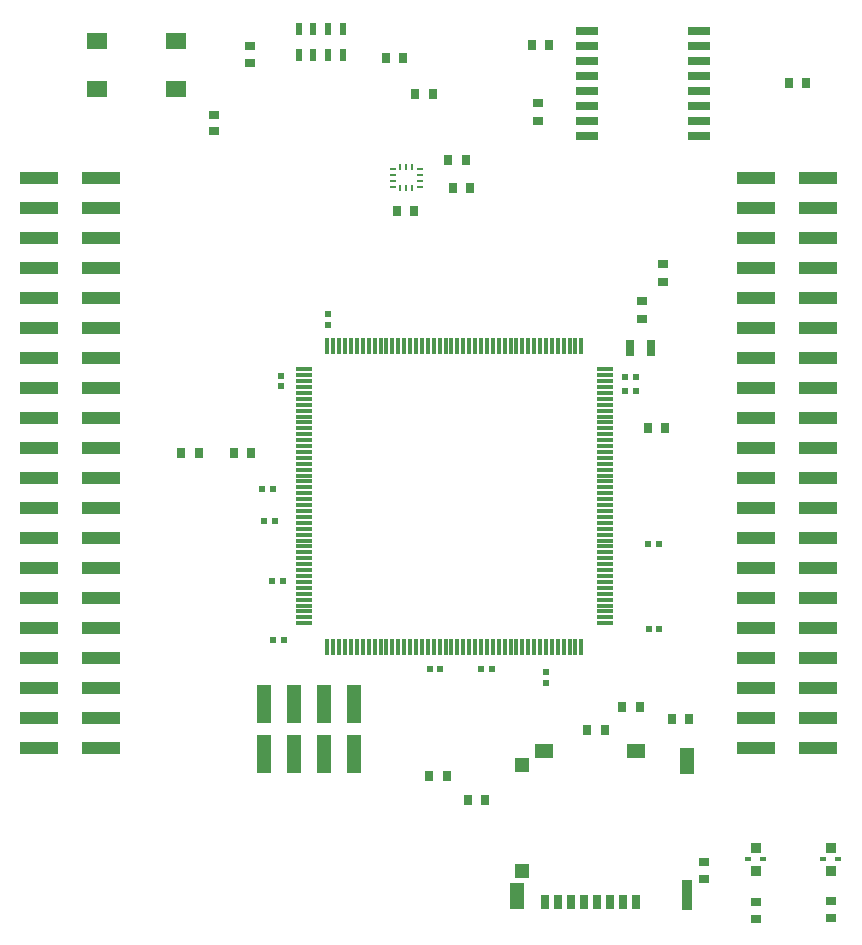
<source format=gtp>
G04*
G04 #@! TF.GenerationSoftware,Altium Limited,Altium Designer,23.11.1 (41)*
G04*
G04 Layer_Color=8421504*
%FSLAX25Y25*%
%MOIN*%
G70*
G04*
G04 #@! TF.SameCoordinates,3206F265-2646-4181-9204-0E6D39A93BEF*
G04*
G04*
G04 #@! TF.FilePolarity,Positive*
G04*
G01*
G75*
%ADD19R,0.12500X0.04488*%
%ADD20R,0.02756X0.03543*%
%ADD21R,0.03543X0.02756*%
G04:AMPARAMS|DCode=22|XSize=21.65mil|YSize=19.68mil|CornerRadius=2.46mil|HoleSize=0mil|Usage=FLASHONLY|Rotation=90.000|XOffset=0mil|YOffset=0mil|HoleType=Round|Shape=RoundedRectangle|*
%AMROUNDEDRECTD22*
21,1,0.02165,0.01476,0,0,90.0*
21,1,0.01673,0.01968,0,0,90.0*
1,1,0.00492,0.00738,0.00837*
1,1,0.00492,0.00738,-0.00837*
1,1,0.00492,-0.00738,-0.00837*
1,1,0.00492,-0.00738,0.00837*
%
%ADD22ROUNDEDRECTD22*%
G04:AMPARAMS|DCode=23|XSize=21.65mil|YSize=19.68mil|CornerRadius=2.46mil|HoleSize=0mil|Usage=FLASHONLY|Rotation=0.000|XOffset=0mil|YOffset=0mil|HoleType=Round|Shape=RoundedRectangle|*
%AMROUNDEDRECTD23*
21,1,0.02165,0.01476,0,0,0.0*
21,1,0.01673,0.01968,0,0,0.0*
1,1,0.00492,0.00837,-0.00738*
1,1,0.00492,-0.00837,-0.00738*
1,1,0.00492,-0.00837,0.00738*
1,1,0.00492,0.00837,0.00738*
%
%ADD23ROUNDEDRECTD23*%
%ADD24R,0.01181X0.05709*%
%ADD25R,0.05709X0.01181*%
G04:AMPARAMS|DCode=26|XSize=51.18mil|YSize=29.92mil|CornerRadius=3.74mil|HoleSize=0mil|Usage=FLASHONLY|Rotation=90.000|XOffset=0mil|YOffset=0mil|HoleType=Round|Shape=RoundedRectangle|*
%AMROUNDEDRECTD26*
21,1,0.05118,0.02244,0,0,90.0*
21,1,0.04370,0.02992,0,0,90.0*
1,1,0.00748,0.01122,0.02185*
1,1,0.00748,0.01122,-0.02185*
1,1,0.00748,-0.01122,-0.02185*
1,1,0.00748,-0.01122,0.02185*
%
%ADD26ROUNDEDRECTD26*%
%ADD27R,0.05000X0.12520*%
%ADD28R,0.03150X0.03543*%
%ADD29R,0.03150X0.04882*%
%ADD30R,0.03740X0.09843*%
%ADD31R,0.04528X0.08661*%
%ADD32R,0.04567X0.04921*%
%ADD33R,0.04567X0.04724*%
%ADD34R,0.05906X0.04528*%
%ADD35R,0.00984X0.01870*%
%ADD36R,0.01870X0.00984*%
%ADD37R,0.03543X0.02559*%
%ADD38R,0.03740X0.03543*%
%ADD39R,0.02205X0.01575*%
%ADD40R,0.07598X0.02756*%
%ADD41R,0.02362X0.04331*%
%ADD42R,0.06693X0.05512*%
%ADD43R,0.03543X0.03150*%
D19*
X53218Y81800D02*
D03*
X32725D02*
D03*
X53218Y91800D02*
D03*
X32725D02*
D03*
X53218Y101800D02*
D03*
X32725D02*
D03*
X53218Y111800D02*
D03*
X32725D02*
D03*
X53218Y121800D02*
D03*
X32725D02*
D03*
X53218Y131800D02*
D03*
X32725D02*
D03*
X53218Y141800D02*
D03*
X32725D02*
D03*
X53218Y151800D02*
D03*
X32725D02*
D03*
X53218Y161800D02*
D03*
X32725D02*
D03*
X53218Y171800D02*
D03*
X32725D02*
D03*
X53218Y181800D02*
D03*
X32725D02*
D03*
X53218Y191800D02*
D03*
X32725D02*
D03*
X53218Y201800D02*
D03*
X32725D02*
D03*
X53218Y211800D02*
D03*
X32725D02*
D03*
X53218Y221800D02*
D03*
X32725D02*
D03*
X53218Y231800D02*
D03*
X32725D02*
D03*
X53218Y241800D02*
D03*
X32725D02*
D03*
X53218Y251800D02*
D03*
X32725D02*
D03*
X53218Y261800D02*
D03*
X32725D02*
D03*
X53218Y271800D02*
D03*
X32725D02*
D03*
X271678Y251800D02*
D03*
Y271800D02*
D03*
X292171D02*
D03*
X271678Y261800D02*
D03*
X292171D02*
D03*
Y251800D02*
D03*
X271678Y241800D02*
D03*
X292171D02*
D03*
X271678Y231800D02*
D03*
X292171D02*
D03*
X271678Y221800D02*
D03*
X292171D02*
D03*
X271678Y211800D02*
D03*
X292171D02*
D03*
X271678Y201800D02*
D03*
X292171D02*
D03*
X271678Y191800D02*
D03*
X292171D02*
D03*
X271678Y181800D02*
D03*
X292171D02*
D03*
X271678Y171800D02*
D03*
X292171D02*
D03*
X271678Y161800D02*
D03*
X292171D02*
D03*
X271678Y151800D02*
D03*
X292171D02*
D03*
X271678Y141800D02*
D03*
X292171D02*
D03*
X271678Y131800D02*
D03*
X292171D02*
D03*
X271678Y121800D02*
D03*
X292171D02*
D03*
X271678Y111800D02*
D03*
X292171D02*
D03*
X271678Y101800D02*
D03*
X292171D02*
D03*
X271678Y91800D02*
D03*
X292171D02*
D03*
X271678Y81800D02*
D03*
X292171D02*
D03*
D20*
X162594Y72500D02*
D03*
X168500D02*
D03*
X249453Y91500D02*
D03*
X243547D02*
D03*
X175547Y64500D02*
D03*
X181453D02*
D03*
X221200Y87746D02*
D03*
X215294D02*
D03*
X86028Y180106D02*
D03*
X80122D02*
D03*
X97483D02*
D03*
X103388D02*
D03*
X235547Y188500D02*
D03*
X241453D02*
D03*
X233000Y95500D02*
D03*
X227094D02*
D03*
X288453Y303500D02*
D03*
X282547D02*
D03*
X154088Y311854D02*
D03*
X148182D02*
D03*
X158047Y300000D02*
D03*
X163953D02*
D03*
X169047Y277737D02*
D03*
X174953D02*
D03*
D21*
X254437Y43972D02*
D03*
Y38067D02*
D03*
X233500Y230953D02*
D03*
Y225047D02*
D03*
X240500Y237222D02*
D03*
Y243127D02*
D03*
X198853Y296953D02*
D03*
Y291047D02*
D03*
D22*
X239359Y121492D02*
D03*
X235816D02*
D03*
X183508Y108315D02*
D03*
X179964D02*
D03*
X166419Y108374D02*
D03*
X162876D02*
D03*
X110650Y118000D02*
D03*
X114194D02*
D03*
X110451Y137635D02*
D03*
X113994D02*
D03*
X107631Y157585D02*
D03*
X111174D02*
D03*
X107084Y168065D02*
D03*
X110627D02*
D03*
X239272Y150000D02*
D03*
X235728D02*
D03*
X231604Y200770D02*
D03*
X228061D02*
D03*
X231604Y205511D02*
D03*
X228061D02*
D03*
D23*
X201750Y103513D02*
D03*
Y107056D02*
D03*
X113215Y205957D02*
D03*
Y202414D02*
D03*
X129109Y226548D02*
D03*
Y223005D02*
D03*
D24*
X132714Y215898D02*
D03*
X207517Y115702D02*
D03*
X213423Y215898D02*
D03*
X211454D02*
D03*
X209486D02*
D03*
X207517D02*
D03*
X205549D02*
D03*
X203580D02*
D03*
X201612D02*
D03*
X199643D02*
D03*
X197675D02*
D03*
X195706D02*
D03*
X193738D02*
D03*
X191769D02*
D03*
X189801D02*
D03*
X187832D02*
D03*
X185864D02*
D03*
X183895D02*
D03*
X181927D02*
D03*
X179958D02*
D03*
X177990D02*
D03*
X176021D02*
D03*
X174053D02*
D03*
X172084D02*
D03*
X170116D02*
D03*
X168147D02*
D03*
X166179D02*
D03*
X164210D02*
D03*
X162242D02*
D03*
X160273D02*
D03*
X158305D02*
D03*
X156336D02*
D03*
X154368D02*
D03*
X152399D02*
D03*
X150431D02*
D03*
X148462D02*
D03*
X146494D02*
D03*
X144525D02*
D03*
X142557D02*
D03*
X140588D02*
D03*
X138620D02*
D03*
X136651D02*
D03*
X134683D02*
D03*
X130746D02*
D03*
X128777D02*
D03*
Y115702D02*
D03*
X130746D02*
D03*
X132714D02*
D03*
X134683D02*
D03*
X136651D02*
D03*
X138620D02*
D03*
X140588D02*
D03*
X142557D02*
D03*
X144525D02*
D03*
X146494D02*
D03*
X148462D02*
D03*
X150431D02*
D03*
X152399D02*
D03*
X154368D02*
D03*
X156336D02*
D03*
X158305D02*
D03*
X160273D02*
D03*
X162242D02*
D03*
X164210D02*
D03*
X166179D02*
D03*
X168147D02*
D03*
X170116D02*
D03*
X172084D02*
D03*
X174053D02*
D03*
X176021D02*
D03*
X177990D02*
D03*
X179958D02*
D03*
X181927D02*
D03*
X183895D02*
D03*
X185864D02*
D03*
X187832D02*
D03*
X189801D02*
D03*
X191769D02*
D03*
X193738D02*
D03*
X195706D02*
D03*
X197675D02*
D03*
X199643D02*
D03*
X201612D02*
D03*
X203580D02*
D03*
X205549D02*
D03*
X209486D02*
D03*
X211454D02*
D03*
X213423D02*
D03*
D25*
X221198Y186469D02*
D03*
X121002Y208123D02*
D03*
Y206154D02*
D03*
Y204186D02*
D03*
Y202217D02*
D03*
Y200249D02*
D03*
Y198280D02*
D03*
Y196312D02*
D03*
Y194343D02*
D03*
Y192375D02*
D03*
Y190406D02*
D03*
Y188438D02*
D03*
Y186469D02*
D03*
Y184501D02*
D03*
Y182532D02*
D03*
Y180564D02*
D03*
Y178595D02*
D03*
Y176627D02*
D03*
Y174658D02*
D03*
Y172690D02*
D03*
Y170721D02*
D03*
Y168753D02*
D03*
Y166784D02*
D03*
Y164816D02*
D03*
Y162847D02*
D03*
Y160879D02*
D03*
Y158910D02*
D03*
Y156942D02*
D03*
Y154973D02*
D03*
Y153005D02*
D03*
Y151036D02*
D03*
Y149068D02*
D03*
Y147099D02*
D03*
Y145131D02*
D03*
Y143162D02*
D03*
Y141194D02*
D03*
Y139225D02*
D03*
Y137257D02*
D03*
Y135288D02*
D03*
Y133320D02*
D03*
Y131351D02*
D03*
Y129383D02*
D03*
Y127414D02*
D03*
Y125446D02*
D03*
Y123477D02*
D03*
X221198D02*
D03*
Y125446D02*
D03*
Y127414D02*
D03*
Y129383D02*
D03*
Y131351D02*
D03*
Y133320D02*
D03*
Y135288D02*
D03*
Y137257D02*
D03*
Y139225D02*
D03*
Y141194D02*
D03*
Y143162D02*
D03*
Y145131D02*
D03*
Y147099D02*
D03*
Y149068D02*
D03*
Y151036D02*
D03*
Y153005D02*
D03*
Y154973D02*
D03*
Y156942D02*
D03*
Y158910D02*
D03*
Y160879D02*
D03*
Y162847D02*
D03*
Y164816D02*
D03*
Y166784D02*
D03*
Y168753D02*
D03*
Y170721D02*
D03*
Y172690D02*
D03*
Y174658D02*
D03*
Y176627D02*
D03*
Y178595D02*
D03*
Y180564D02*
D03*
Y182532D02*
D03*
Y184501D02*
D03*
Y188438D02*
D03*
Y190406D02*
D03*
Y192375D02*
D03*
Y194343D02*
D03*
Y196312D02*
D03*
Y198280D02*
D03*
Y200249D02*
D03*
Y202217D02*
D03*
Y204186D02*
D03*
Y206154D02*
D03*
Y208123D02*
D03*
D26*
X236766Y215062D02*
D03*
X229719D02*
D03*
D27*
X137500Y96496D02*
D03*
Y80000D02*
D03*
X127500Y96496D02*
D03*
Y80000D02*
D03*
X117500Y96496D02*
D03*
Y80000D02*
D03*
X107500Y96496D02*
D03*
Y80000D02*
D03*
D28*
X157541Y260905D02*
D03*
X152029D02*
D03*
X170763Y268392D02*
D03*
X176275D02*
D03*
X196988Y316175D02*
D03*
X202500D02*
D03*
D29*
X231472Y30546D02*
D03*
X227142D02*
D03*
X222811D02*
D03*
X218480D02*
D03*
X214150D02*
D03*
X209819D02*
D03*
X205488D02*
D03*
X201157D02*
D03*
D30*
X248579Y33026D02*
D03*
D31*
X191925Y32435D02*
D03*
X248579Y77632D02*
D03*
D32*
X193500Y40900D02*
D03*
D33*
X193717Y76333D02*
D03*
D34*
X201000Y80762D02*
D03*
X231630D02*
D03*
D35*
X153108Y275577D02*
D03*
X155077D02*
D03*
X157045D02*
D03*
Y268392D02*
D03*
X155077D02*
D03*
X153108D02*
D03*
D36*
X159653Y274937D02*
D03*
Y272969D02*
D03*
Y271000D02*
D03*
Y269032D02*
D03*
X150500D02*
D03*
Y271000D02*
D03*
Y272969D02*
D03*
Y274937D02*
D03*
D37*
X296500Y25146D02*
D03*
Y30854D02*
D03*
X271500Y25000D02*
D03*
Y30709D02*
D03*
D38*
X296500Y41020D02*
D03*
Y48500D02*
D03*
X271500Y41020D02*
D03*
Y48500D02*
D03*
D39*
X293921Y44760D02*
D03*
X299079D02*
D03*
X268921D02*
D03*
X274079D02*
D03*
D40*
X215457Y321000D02*
D03*
Y316000D02*
D03*
Y311000D02*
D03*
Y306000D02*
D03*
Y301000D02*
D03*
Y296000D02*
D03*
Y291000D02*
D03*
Y286000D02*
D03*
X252543D02*
D03*
Y291000D02*
D03*
Y296000D02*
D03*
Y301000D02*
D03*
Y306000D02*
D03*
Y311000D02*
D03*
Y316000D02*
D03*
Y321000D02*
D03*
D41*
X133921Y321500D02*
D03*
X129000D02*
D03*
X124079D02*
D03*
X119157D02*
D03*
Y312839D02*
D03*
X124079D02*
D03*
X129000D02*
D03*
X133921D02*
D03*
D42*
X51900Y317400D02*
D03*
X78278D02*
D03*
X51900Y301652D02*
D03*
X78278D02*
D03*
D43*
X103000Y310244D02*
D03*
Y315756D02*
D03*
X90826Y293000D02*
D03*
Y287488D02*
D03*
M02*

</source>
